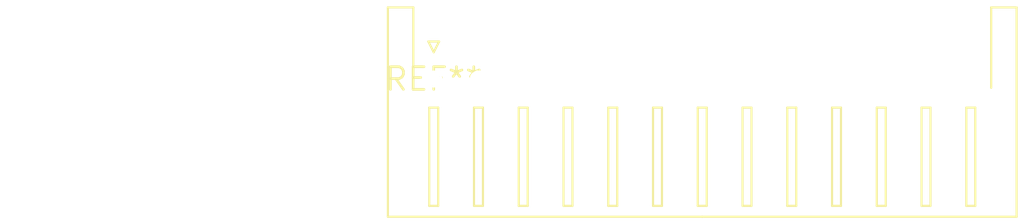
<source format=kicad_pcb>
(kicad_pcb (version 20240108) (generator pcbnew)
  (layers (0 "F.Cu" signal) (31 "B.Cu" signal) (34 "B.Paste" user) (35 "F.Paste" user) (36 "B.SilkS" user "B.Silkscreen") (37 "F.SilkS" user "F.Silkscreen") (38 "B.Mask" user) (39 "F.Mask" user) (44 "Edge.Cuts" user))
  (net 0 "")
  (footprint "JST_XH_S13B-XH-A-1_1x13_P2.50mm_Horizontal" (layer "F.Cu") (at 0 0)
    (property "Reference" "REF**")
    (property "Value" "JST_XH_S13B-XH-A-1_1x13_P2.50mm_Horizontal")
    (fp_line (start -2.56 -4.01) (end -1.14 -4.01) (layer "F.SilkS") (stroke (width 0.12)))
    (fp_line (start -2.56 7.71) (end -2.56 -4.01) (layer "F.SilkS") (stroke (width 0.12)))
    (fp_line (start -1.14 -4.01) (end -1.14 0.49) (layer "F.SilkS") (stroke (width 0.12)))
    (fp_line (start -0.3 -2.1) (end 0.3 -2.1) (layer "F.SilkS") (stroke (width 0.12)))
    (fp_line (start -0.25 1.6) (end -0.25 7.1) (layer "F.SilkS") (stroke (width 0.12)))
    (fp_line (start -0.25 7.1) (end 0.25 7.1) (layer "F.SilkS") (stroke (width 0.12)))
    (fp_line (start 0 -1.5) (end -0.3 -2.1) (layer "F.SilkS") (stroke (width 0.12)))
    (fp_line (start 0.25 1.6) (end -0.25 1.6) (layer "F.SilkS") (stroke (width 0.12)))
    (fp_line (start 0.25 7.1) (end 0.25 1.6) (layer "F.SilkS") (stroke (width 0.12)))
    (fp_line (start 0.3 -2.1) (end 0 -1.5) (layer "F.SilkS") (stroke (width 0.12)))
    (fp_line (start 2.25 1.6) (end 2.25 7.1) (layer "F.SilkS") (stroke (width 0.12)))
    (fp_line (start 2.25 7.1) (end 2.75 7.1) (layer "F.SilkS") (stroke (width 0.12)))
    (fp_line (start 2.75 1.6) (end 2.25 1.6) (layer "F.SilkS") (stroke (width 0.12)))
    (fp_line (start 2.75 7.1) (end 2.75 1.6) (layer "F.SilkS") (stroke (width 0.12)))
    (fp_line (start 4.75 1.6) (end 4.75 7.1) (layer "F.SilkS") (stroke (width 0.12)))
    (fp_line (start 4.75 7.1) (end 5.25 7.1) (layer "F.SilkS") (stroke (width 0.12)))
    (fp_line (start 5.25 1.6) (end 4.75 1.6) (layer "F.SilkS") (stroke (width 0.12)))
    (fp_line (start 5.25 7.1) (end 5.25 1.6) (layer "F.SilkS") (stroke (width 0.12)))
    (fp_line (start 7.25 1.6) (end 7.25 7.1) (layer "F.SilkS") (stroke (width 0.12)))
    (fp_line (start 7.25 7.1) (end 7.75 7.1) (layer "F.SilkS") (stroke (width 0.12)))
    (fp_line (start 7.75 1.6) (end 7.25 1.6) (layer "F.SilkS") (stroke (width 0.12)))
    (fp_line (start 7.75 7.1) (end 7.75 1.6) (layer "F.SilkS") (stroke (width 0.12)))
    (fp_line (start 9.75 1.6) (end 9.75 7.1) (layer "F.SilkS") (stroke (width 0.12)))
    (fp_line (start 9.75 7.1) (end 10.25 7.1) (layer "F.SilkS") (stroke (width 0.12)))
    (fp_line (start 10.25 1.6) (end 9.75 1.6) (layer "F.SilkS") (stroke (width 0.12)))
    (fp_line (start 10.25 7.1) (end 10.25 1.6) (layer "F.SilkS") (stroke (width 0.12)))
    (fp_line (start 12.25 1.6) (end 12.25 7.1) (layer "F.SilkS") (stroke (width 0.12)))
    (fp_line (start 12.25 7.1) (end 12.75 7.1) (layer "F.SilkS") (stroke (width 0.12)))
    (fp_line (start 12.75 1.6) (end 12.25 1.6) (layer "F.SilkS") (stroke (width 0.12)))
    (fp_line (start 12.75 7.1) (end 12.75 1.6) (layer "F.SilkS") (stroke (width 0.12)))
    (fp_line (start 14.75 1.6) (end 14.75 7.1) (layer "F.SilkS") (stroke (width 0.12)))
    (fp_line (start 14.75 7.1) (end 15.25 7.1) (layer "F.SilkS") (stroke (width 0.12)))
    (fp_line (start 15 7.71) (end -2.56 7.71) (layer "F.SilkS") (stroke (width 0.12)))
    (fp_line (start 15 7.71) (end 32.56 7.71) (layer "F.SilkS") (stroke (width 0.12)))
    (fp_line (start 15.25 1.6) (end 14.75 1.6) (layer "F.SilkS") (stroke (width 0.12)))
    (fp_line (start 15.25 7.1) (end 15.25 1.6) (layer "F.SilkS") (stroke (width 0.12)))
    (fp_line (start 17.25 1.6) (end 17.25 7.1) (layer "F.SilkS") (stroke (width 0.12)))
    (fp_line (start 17.25 7.1) (end 17.75 7.1) (layer "F.SilkS") (stroke (width 0.12)))
    (fp_line (start 17.75 1.6) (end 17.25 1.6) (layer "F.SilkS") (stroke (width 0.12)))
    (fp_line (start 17.75 7.1) (end 17.75 1.6) (layer "F.SilkS") (stroke (width 0.12)))
    (fp_line (start 19.75 1.6) (end 19.75 7.1) (layer "F.SilkS") (stroke (width 0.12)))
    (fp_line (start 19.75 7.1) (end 20.25 7.1) (layer "F.SilkS") (stroke (width 0.12)))
    (fp_line (start 20.25 1.6) (end 19.75 1.6) (layer "F.SilkS") (stroke (width 0.12)))
    (fp_line (start 20.25 7.1) (end 20.25 1.6) (layer "F.SilkS") (stroke (width 0.12)))
    (fp_line (start 22.25 1.6) (end 22.25 7.1) (layer "F.SilkS") (stroke (width 0.12)))
    (fp_line (start 22.25 7.1) (end 22.75 7.1) (layer "F.SilkS") (stroke (width 0.12)))
    (fp_line (start 22.75 1.6) (end 22.25 1.6) (layer "F.SilkS") (stroke (width 0.12)))
    (fp_line (start 22.75 7.1) (end 22.75 1.6) (layer "F.SilkS") (stroke (width 0.12)))
    (fp_line (start 24.75 1.6) (end 24.75 7.1) (layer "F.SilkS") (stroke (width 0.12)))
    (fp_line (start 24.75 7.1) (end 25.25 7.1) (layer "F.SilkS") (stroke (width 0.12)))
    (fp_line (start 25.25 1.6) (end 24.75 1.6) (layer "F.SilkS") (stroke (width 0.12)))
    (fp_line (start 25.25 7.1) (end 25.25 1.6) (layer "F.SilkS") (stroke (width 0.12)))
    (fp_line (start 27.25 1.6) (end 27.25 7.1) (layer "F.SilkS") (stroke (width 0.12)))
    (fp_line (start 27.25 7.1) (end 27.75 7.1) (layer "F.SilkS") (stroke (width 0.12)))
    (fp_line (start 27.75 1.6) (end 27.25 1.6) (layer "F.SilkS") (stroke (width 0.12)))
    (fp_line (start 27.75 7.1) (end 27.75 1.6) (layer "F.SilkS") (stroke (width 0.12)))
    (fp_line (start 29.75 1.6) (end 29.75 7.1) (layer "F.SilkS") (stroke (width 0.12)))
    (fp_line (start 29.75 7.1) (end 30.25 7.1) (layer "F.SilkS") (stroke (width 0.12)))
    (fp_line (start 30.25 1.6) (end 29.75 1.6) (layer "F.SilkS") (stroke (width 0.12)))
    (fp_line (start 30.25 7.1) (end 30.25 1.6) (layer "F.SilkS") (stroke (width 0.12)))
    (fp_line (start 31.14 -4.01) (end 31.14 0.49) (layer "F.SilkS") (stroke (width 0.12)))
    (fp_line (start 32.56 -4.01) (end 31.14 -4.01) (layer "F.SilkS") (stroke (width 0.12)))
    (fp_line (start 32.56 7.71) (end 32.56 -4.01) (layer "F.SilkS") (stroke (width 0.12)))
    (pad "1" thru_hole roundrect (at 0 0) (size 1.7 1.95) (drill 0.95) (layers *.Cu *.Mask) (remove_unused_layers) (roundrect_rratio 0.147059))
    (pad "2" thru_hole oval (at 2.5 0) (size 1.7 1.95) (drill 0.95) (layers *.Cu *.Mask) (remove_unused_layers))
    (pad "3" thru_hole oval (at 5 0) (size 1.7 1.95) (drill 0.95) (layers *.Cu *.Mask) (remove_unused_layers))
    (pad "4" thru_hole oval (at 7.5 0) (size 1.7 1.95) (drill 0.95) (layers *.Cu *.Mask) (remove_unused_layers))
    (pad "5" thru_hole oval (at 10 0) (size 1.7 1.95) (drill 0.95) (layers *.Cu *.Mask) (remove_unused_layers))
    (pad "6" thru_hole oval (at 12.5 0) (size 1.7 1.95) (drill 0.95) (layers *.Cu *.Mask) (remove_unused_layers))
    (pad "7" thru_hole oval (at 15 0) (size 1.7 1.95) (drill 0.95) (layers *.Cu *.Mask) (remove_unused_layers))
    (pad "8" thru_hole oval (at 17.5 0) (size 1.7 1.95) (drill 0.95) (layers *.Cu *.Mask) (remove_unused_layers))
    (pad "9" thru_hole oval (at 20 0) (size 1.7 1.95) (drill 0.95) (layers *.Cu *.Mask) (remove_unused_layers))
    (pad "10" thru_hole oval (at 22.5 0) (size 1.7 1.95) (drill 0.95) (layers *.Cu *.Mask) (remove_unused_layers))
    (pad "11" thru_hole oval (at 25 0) (size 1.7 1.95) (drill 0.95) (layers *.Cu *.Mask) (remove_unused_layers))
    (pad "12" thru_hole oval (at 27.5 0) (size 1.7 1.95) (drill 0.95) (layers *.Cu *.Mask) (remove_unused_layers))
    (pad "13" thru_hole oval (at 30 0) (size 1.7 1.95) (drill 0.95) (layers *.Cu *.Mask) (remove_unused_layers))
  )
)
</source>
